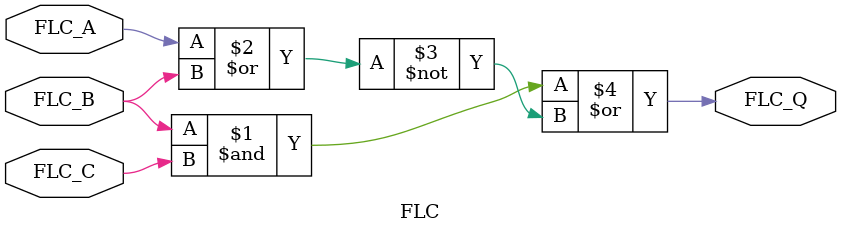
<source format=sv>
`timescale 1ns / 1ps


module FLC(
    input FLC_A,
    input FLC_B,
    input FLC_C,
    output FLC_Q
    );
    // Cpde goes here
    assign FLC_Q = (FLC_B & FLC_C) | ~(FLC_A | FLC_B);
    
endmodule

</source>
